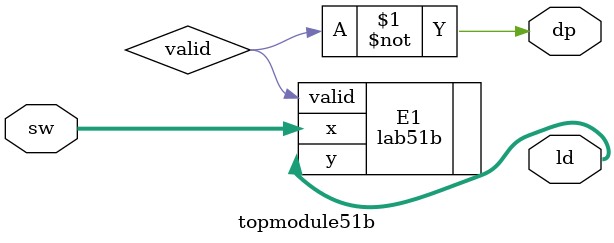
<source format=v>
`timescale 1ns / 1ps
module topmodule51b(
input wire [7:0] sw,
output wire [2:0] ld,
output wire dp
    );
wire valid;
assign dp = ~valid;

lab51b E1 (.x(sw),
			.y(ld),
			.valid(valid)
			
			);


endmodule

</source>
